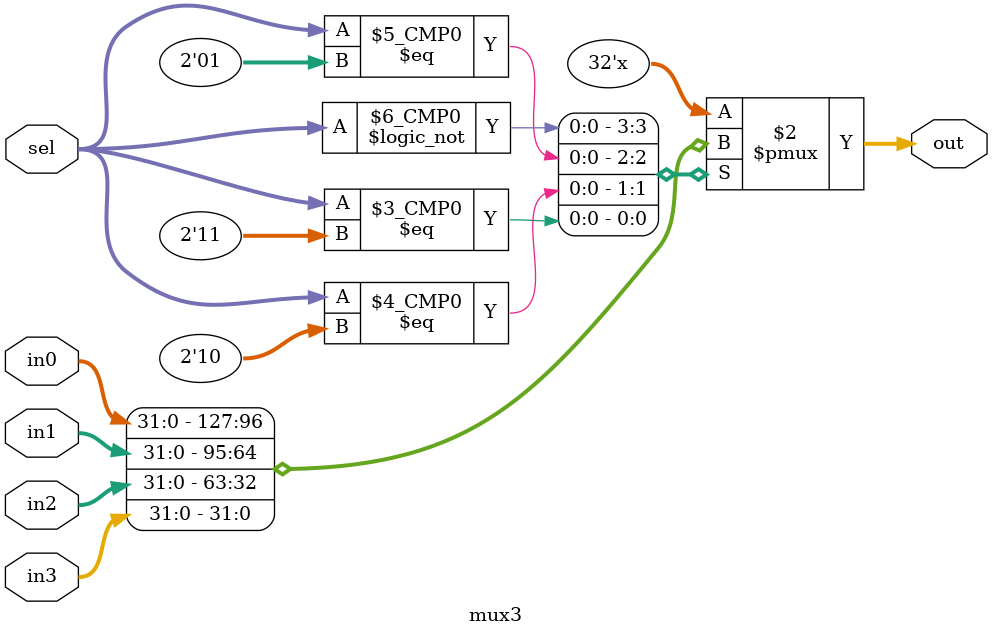
<source format=sv>
module mux3(out,in0, in1,in2,in3, sel);
output reg[31:0]out;
input [31:0]in0,in1,in2,in3;
input [1:0]sel;
always_comb
case (sel)
   2'b00: out = in0;
   2'b01: out = in1;
   2'b10: out = in2;
   2'b11: out = in3;
   default : out = 0;
endcase
endmodule

</source>
